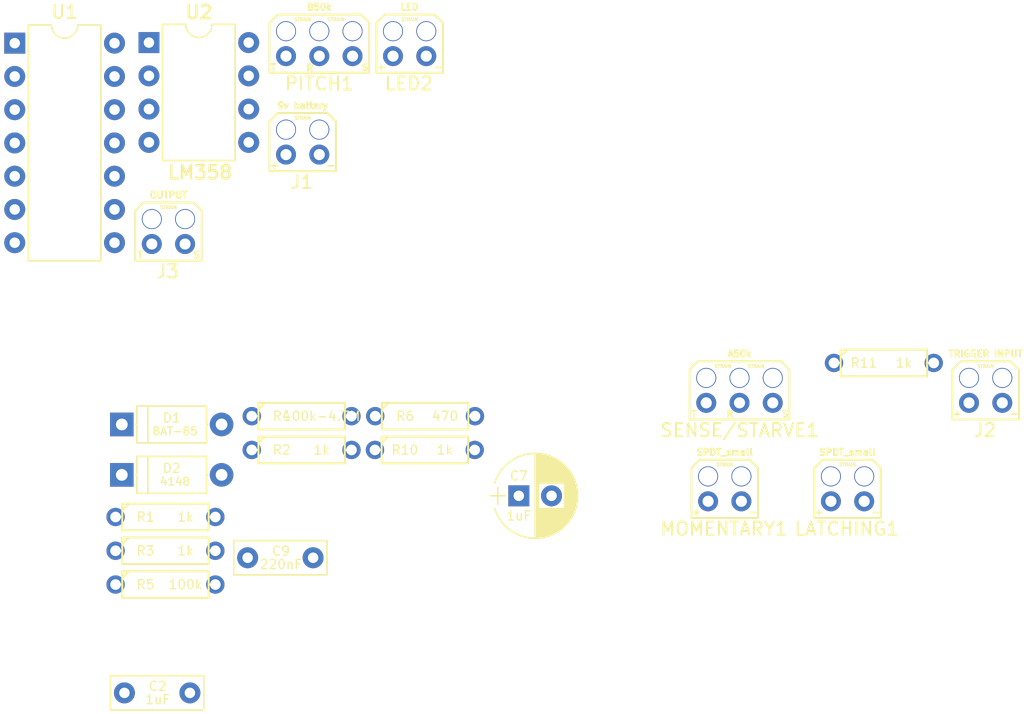
<source format=kicad_pcb>
(kicad_pcb (version 20170123) (host pcbnew "(2017-09-01 revision 8d1475135)-makepkg")

  (general
    (thickness 1.6)
    (drawings 0)
    (tracks 0)
    (zones 0)
    (modules 23)
    (nets 33)
  )

  (page A4)
  (layers
    (0 F.Cu signal)
    (31 B.Cu signal)
    (32 B.Adhes user)
    (33 F.Adhes user)
    (34 B.Paste user)
    (35 F.Paste user)
    (36 B.SilkS user)
    (37 F.SilkS user)
    (38 B.Mask user)
    (39 F.Mask user)
    (40 Dwgs.User user)
    (41 Cmts.User user)
    (42 Eco1.User user)
    (43 Eco2.User user)
    (44 Edge.Cuts user)
    (45 Margin user)
    (46 B.CrtYd user)
    (47 F.CrtYd user)
    (48 B.Fab user)
    (49 F.Fab user)
  )

  (setup
    (last_trace_width 0.25)
    (trace_clearance 0.2)
    (zone_clearance 0.508)
    (zone_45_only no)
    (trace_min 0.2)
    (segment_width 0.2)
    (edge_width 0.15)
    (via_size 0.8)
    (via_drill 0.4)
    (via_min_size 0.4)
    (via_min_drill 0.3)
    (uvia_size 0.3)
    (uvia_drill 0.1)
    (uvias_allowed no)
    (uvia_min_size 0.2)
    (uvia_min_drill 0.1)
    (pcb_text_width 0.3)
    (pcb_text_size 1.5 1.5)
    (mod_edge_width 0.15)
    (mod_text_size 1 1)
    (mod_text_width 0.15)
    (pad_size 1.524 1.524)
    (pad_drill 0.762)
    (pad_to_mask_clearance 0.2)
    (aux_axis_origin 0 0)
    (visible_elements 7FFFFFFF)
    (pcbplotparams
      (layerselection 0x00030_ffffffff)
      (usegerberextensions false)
      (usegerberattributes true)
      (usegerberadvancedattributes true)
      (creategerberjobfile true)
      (excludeedgelayer true)
      (linewidth 0.100000)
      (plotframeref false)
      (viasonmask false)
      (mode 1)
      (useauxorigin false)
      (hpglpennumber 1)
      (hpglpenspeed 20)
      (hpglpendiameter 15)
      (psnegative false)
      (psa4output false)
      (plotreference true)
      (plotvalue true)
      (plotinvisibletext false)
      (padsonsilk false)
      (subtractmaskfromsilk false)
      (outputformat 1)
      (mirror false)
      (drillshape 1)
      (scaleselection 1)
      (outputdirectory ""))
  )

  (net 0 "")
  (net 1 "Net-(C9-Pad1)")
  (net 2 "Net-(J3-Pad1)")
  (net 3 "Net-(R1-Pad2)")
  (net 4 GND)
  (net 5 "Net-(LATCHING1-Pad1)")
  (net 6 "Net-(J2-Pad1)")
  (net 7 "Net-(LED1-Pad1)")
  (net 8 "Net-(R3-Pad1)")
  (net 9 "Net-(D2-Pad2)")
  (net 10 "Net-(C2-Pad1)")
  (net 11 "Net-(DECAY1-Pad1)")
  (net 12 "Net-(C7-Pad1)")
  (net 13 "Net-(D1-Pad2)")
  (net 14 "Net-(C9-Pad2)")
  (net 15 "Net-(SENSE/STARVE1-Pad2)")
  (net 16 +9V)
  (net 17 "Net-(MOMENTARY1-Pad1)")
  (net 18 "Net-(PITCH1-Pad2)")
  (net 19 "Net-(LED2-Pad2)")
  (net 20 "Net-(PITCH1-Pad1)")
  (net 21 "Net-(MOMENTARY3-Pad1)")
  (net 22 "Net-(J1-Pad1)")
  (net 23 "Net-(U1-Pad14)")
  (net 24 "Net-(U1-Pad7)")
  (net 25 "Net-(U1-Pad6)")
  (net 26 "Net-(U1-Pad5)")
  (net 27 "Net-(U1-Pad11)")
  (net 28 "Net-(U1-Pad4)")
  (net 29 "Net-(U1-Pad10)")
  (net 30 "Net-(U1-Pad3)")
  (net 31 "Net-(U1-Pad9)")
  (net 32 "Net-(U1-Pad8)")

  (net_class Default "This is the default net class."
    (clearance 0.2)
    (trace_width 0.25)
    (via_dia 0.8)
    (via_drill 0.4)
    (uvia_dia 0.3)
    (uvia_drill 0.1)
    (add_net +9V)
    (add_net GND)
    (add_net "Net-(C2-Pad1)")
    (add_net "Net-(C7-Pad1)")
    (add_net "Net-(C9-Pad1)")
    (add_net "Net-(C9-Pad2)")
    (add_net "Net-(D1-Pad2)")
    (add_net "Net-(D2-Pad2)")
    (add_net "Net-(DECAY1-Pad1)")
    (add_net "Net-(J1-Pad1)")
    (add_net "Net-(J2-Pad1)")
    (add_net "Net-(J3-Pad1)")
    (add_net "Net-(LATCHING1-Pad1)")
    (add_net "Net-(LED1-Pad1)")
    (add_net "Net-(LED2-Pad2)")
    (add_net "Net-(MOMENTARY1-Pad1)")
    (add_net "Net-(MOMENTARY3-Pad1)")
    (add_net "Net-(PITCH1-Pad1)")
    (add_net "Net-(PITCH1-Pad2)")
    (add_net "Net-(R1-Pad2)")
    (add_net "Net-(R3-Pad1)")
    (add_net "Net-(SENSE/STARVE1-Pad2)")
    (add_net "Net-(U1-Pad10)")
    (add_net "Net-(U1-Pad11)")
    (add_net "Net-(U1-Pad14)")
    (add_net "Net-(U1-Pad3)")
    (add_net "Net-(U1-Pad4)")
    (add_net "Net-(U1-Pad5)")
    (add_net "Net-(U1-Pad6)")
    (add_net "Net-(U1-Pad7)")
    (add_net "Net-(U1-Pad8)")
    (add_net "Net-(U1-Pad9)")
  )

  (module 4ms-footprints:DIP-14_W7.62mm (layer F.Cu) (tedit 58CC8E2C) (tstamp 5A30334F)
    (at 105.909501 30.335)
    (descr "14-lead dip package, row spacing 7.62 mm (300 mils)")
    (tags "DIL DIP PDIP 2.54mm 7.62mm 300mil")
    (path /5A1D0A75)
    (fp_text reference U1 (at 3.81 -2.39) (layer F.SilkS)
      (effects (font (size 1 1) (thickness 0.15)))
    )
    (fp_text value 7414 (at 3.81 17.63) (layer F.Fab)
      (effects (font (size 1 1) (thickness 0.15)))
    )
    (fp_arc (start 3.81 -1.39) (end 2.81 -1.39) (angle -180) (layer F.SilkS) (width 0.12))
    (fp_line (start 8.7 -1.6) (end -1.1 -1.6) (layer F.CrtYd) (width 0.05))
    (fp_line (start 8.7 16.8) (end 8.7 -1.6) (layer F.CrtYd) (width 0.05))
    (fp_line (start -1.1 16.8) (end 8.7 16.8) (layer F.CrtYd) (width 0.05))
    (fp_line (start -1.1 -1.6) (end -1.1 16.8) (layer F.CrtYd) (width 0.05))
    (fp_line (start 6.58 -1.39) (end 4.81 -1.39) (layer F.SilkS) (width 0.12))
    (fp_line (start 6.58 16.63) (end 6.58 -1.39) (layer F.SilkS) (width 0.12))
    (fp_line (start 1.04 16.63) (end 6.58 16.63) (layer F.SilkS) (width 0.12))
    (fp_line (start 1.04 -1.39) (end 1.04 16.63) (layer F.SilkS) (width 0.12))
    (fp_line (start 2.81 -1.39) (end 1.04 -1.39) (layer F.SilkS) (width 0.12))
    (fp_line (start 0.635 -0.27) (end 1.635 -1.27) (layer F.Fab) (width 0.1))
    (fp_line (start 0.635 16.51) (end 0.635 -0.27) (layer F.Fab) (width 0.1))
    (fp_line (start 6.985 16.51) (end 0.635 16.51) (layer F.Fab) (width 0.1))
    (fp_line (start 6.985 -1.27) (end 6.985 16.51) (layer F.Fab) (width 0.1))
    (fp_line (start 1.635 -1.27) (end 6.985 -1.27) (layer F.Fab) (width 0.1))
    (fp_text user %R (at 3.81 7.62) (layer F.Fab)
      (effects (font (size 1 1) (thickness 0.15)))
    )
    (pad 14 thru_hole oval (at 7.62 0) (size 1.6 1.6) (drill 0.8) (layers *.Cu *.Mask)
      (net 23 "Net-(U1-Pad14)"))
    (pad 7 thru_hole oval (at 0 15.24) (size 1.6 1.6) (drill 0.8) (layers *.Cu *.Mask)
      (net 24 "Net-(U1-Pad7)"))
    (pad 13 thru_hole oval (at 7.62 2.54) (size 1.6 1.6) (drill 0.8) (layers *.Cu *.Mask)
      (net 4 GND))
    (pad 6 thru_hole oval (at 0 12.7) (size 1.6 1.6) (drill 0.8) (layers *.Cu *.Mask)
      (net 25 "Net-(U1-Pad6)"))
    (pad 12 thru_hole oval (at 7.62 5.08) (size 1.6 1.6) (drill 0.8) (layers *.Cu *.Mask)
      (net 8 "Net-(R3-Pad1)"))
    (pad 5 thru_hole oval (at 0 10.16) (size 1.6 1.6) (drill 0.8) (layers *.Cu *.Mask)
      (net 26 "Net-(U1-Pad5)"))
    (pad 11 thru_hole oval (at 7.62 7.62) (size 1.6 1.6) (drill 0.8) (layers *.Cu *.Mask)
      (net 27 "Net-(U1-Pad11)"))
    (pad 4 thru_hole oval (at 0 7.62) (size 1.6 1.6) (drill 0.8) (layers *.Cu *.Mask)
      (net 28 "Net-(U1-Pad4)"))
    (pad 10 thru_hole oval (at 7.62 10.16) (size 1.6 1.6) (drill 0.8) (layers *.Cu *.Mask)
      (net 29 "Net-(U1-Pad10)"))
    (pad 3 thru_hole oval (at 0 5.08) (size 1.6 1.6) (drill 0.8) (layers *.Cu *.Mask)
      (net 30 "Net-(U1-Pad3)"))
    (pad 9 thru_hole oval (at 7.62 12.7) (size 1.6 1.6) (drill 0.8) (layers *.Cu *.Mask)
      (net 31 "Net-(U1-Pad9)"))
    (pad 2 thru_hole oval (at 0 2.54) (size 1.6 1.6) (drill 0.8) (layers *.Cu *.Mask)
      (net 21 "Net-(MOMENTARY3-Pad1)"))
    (pad 8 thru_hole oval (at 7.62 15.24) (size 1.6 1.6) (drill 0.8) (layers *.Cu *.Mask)
      (net 32 "Net-(U1-Pad8)"))
    (pad 1 thru_hole rect (at 0 0) (size 1.6 1.6) (drill 0.8) (layers *.Cu *.Mask)
      (net 12 "Net-(C7-Pad1)"))
    (model ${KISYS3DMOD}/Housings_DIP.3dshapes/DIP-14_W7.62mm.wrl
      (at (xyz 0 0 0))
      (scale (xyz 1 1 1))
      (rotate (xyz 0 0 0))
    )
  )

  (module 4ms-footprints:DIP_8pin_TL072_TH (layer F.Cu) (tedit 598105D4) (tstamp 5A30332D)
    (at 116.159501 30.290645)
    (descr "8-lead dip package, row spacing 7.62 mm (300 mils)")
    (tags "DIL DIP PDIP 2.54mm 7.62mm 300mil")
    (path /5A1CD7BC)
    (fp_text reference U2 (at 3.82 -2.324) (layer F.SilkS)
      (effects (font (size 1.016 1.016) (thickness 0.1905)))
    )
    (fp_text value LM358 (at 3.91 9.916) (layer F.SilkS)
      (effects (font (size 1.016 1.016) (thickness 0.1905)))
    )
    (fp_arc (start 3.81 -1.39) (end 2.81 -1.39) (angle -180) (layer F.SilkS) (width 0.12))
    (fp_line (start 8.7 -1.6) (end -1.1 -1.6) (layer F.CrtYd) (width 0.05))
    (fp_line (start 8.7 9.2) (end 8.7 -1.6) (layer F.CrtYd) (width 0.05))
    (fp_line (start -1.1 9.2) (end 8.7 9.2) (layer F.CrtYd) (width 0.05))
    (fp_line (start -1.1 -1.6) (end -1.1 9.2) (layer F.CrtYd) (width 0.05))
    (fp_line (start 6.58 -1.39) (end 4.81 -1.39) (layer F.SilkS) (width 0.12))
    (fp_line (start 6.58 9.01) (end 6.58 -1.39) (layer F.SilkS) (width 0.12))
    (fp_line (start 1.04 9.01) (end 6.58 9.01) (layer F.SilkS) (width 0.12))
    (fp_line (start 1.04 -1.39) (end 1.04 9.01) (layer F.SilkS) (width 0.12))
    (fp_line (start 2.81 -1.39) (end 1.04 -1.39) (layer F.SilkS) (width 0.12))
    (fp_line (start 0.635 -0.27) (end 1.635 -1.27) (layer F.Fab) (width 0.1))
    (fp_line (start 0.635 8.89) (end 0.635 -0.27) (layer F.Fab) (width 0.1))
    (fp_line (start 6.985 8.89) (end 0.635 8.89) (layer F.Fab) (width 0.1))
    (fp_line (start 6.985 -1.27) (end 6.985 8.89) (layer F.Fab) (width 0.1))
    (fp_line (start 1.635 -1.27) (end 6.985 -1.27) (layer F.Fab) (width 0.1))
    (pad 8 thru_hole oval (at 7.62 0) (size 1.6 1.6) (drill 0.8) (layers *.Cu *.Mask)
      (net 16 +9V))
    (pad 4 thru_hole oval (at 0 7.62) (size 1.6 1.6) (drill 0.8) (layers *.Cu *.Mask)
      (net 4 GND))
    (pad 7 thru_hole oval (at 7.62 2.54) (size 1.6 1.6) (drill 0.8) (layers *.Cu *.Mask)
      (net 23 "Net-(U1-Pad14)"))
    (pad 3 thru_hole oval (at 0 5.08) (size 1.6 1.6) (drill 0.8) (layers *.Cu *.Mask)
      (net 15 "Net-(SENSE/STARVE1-Pad2)"))
    (pad 6 thru_hole oval (at 7.62 5.08) (size 1.6 1.6) (drill 0.8) (layers *.Cu *.Mask)
      (net 23 "Net-(U1-Pad14)"))
    (pad 2 thru_hole oval (at 0 2.54) (size 1.6 1.6) (drill 0.8) (layers *.Cu *.Mask)
      (net 3 "Net-(R1-Pad2)"))
    (pad 5 thru_hole oval (at 7.62 7.62) (size 1.6 1.6) (drill 0.8) (layers *.Cu *.Mask)
      (net 10 "Net-(C2-Pad1)"))
    (pad 1 thru_hole rect (at 0 0) (size 1.6 1.6) (drill 0.8) (layers *.Cu *.Mask)
      (net 9 "Net-(D2-Pad2)"))
    (model ${KISYS3DMOD}/Housings_DIP.3dshapes/DIP-8_W7.62mm.wrl
      (at (xyz 0 0 0))
      (scale (xyz 1 1 1))
      (rotate (xyz 0 0 0))
    )
  )

  (module zfoot:Jack_DC (layer F.Cu) (tedit 59A8BE34) (tstamp 5A3031C6)
    (at 136.069501 31.32525)
    (path /5A2A0880)
    (fp_text reference LED2 (at -0.0635 2.0955) (layer F.SilkS)
      (effects (font (size 1 1) (thickness 0.15)))
    )
    (fp_text value LED (at 0 -3.7465) (layer F.SilkS)
      (effects (font (size 0.5 0.5) (thickness 0.125)))
    )
    (fp_text user STRAIN (at 0 -2.794) (layer F.SilkS)
      (effects (font (size 0.25 0.25) (thickness 0.0625)))
    )
    (fp_text user - (at 2.159 0.8255) (layer F.SilkS)
      (effects (font (size 0.5 0.5) (thickness 0.125)))
    )
    (fp_text user + (at -2.159 0.8255) (layer F.SilkS)
      (effects (font (size 0.5 0.5) (thickness 0.125)))
    )
    (fp_line (start -2.54 -2.54) (end -2.54 1.27) (layer F.SilkS) (width 0.15))
    (fp_line (start -1.905 -3.175) (end -2.54 -2.54) (layer F.SilkS) (width 0.15))
    (fp_line (start 1.905 -3.175) (end -1.905 -3.175) (layer F.SilkS) (width 0.15))
    (fp_line (start 2.54 -2.54) (end 1.905 -3.175) (layer F.SilkS) (width 0.15))
    (fp_line (start 2.54 1.27) (end 2.54 -2.54) (layer F.SilkS) (width 0.15))
    (fp_line (start -2.54 1.27) (end 2.54 1.27) (layer F.SilkS) (width 0.15))
    (pad "" thru_hole circle (at 1.27 -1.905) (size 1.524 1.524) (drill 1.4) (layers *.Cu *.Mask))
    (pad "" thru_hole circle (at -1.27 -1.905) (size 1.524 1.524) (drill 1.4) (layers *.Cu *.Mask))
    (pad 2 thru_hole circle (at 1.27 0) (size 1.524 1.524) (drill 0.85) (layers *.Cu *.Mask)
      (net 19 "Net-(LED2-Pad2)"))
    (pad 1 thru_hole circle (at -1.27 0) (size 1.524 1.524) (drill 0.85) (layers *.Cu *.Mask)
      (net 13 "Net-(D1-Pad2)"))
  )

  (module zfoot:Jack_DC (layer F.Cu) (tedit 59A8BE34) (tstamp 5A303175)
    (at 127.899501 38.84525)
    (path /5A1CB8D8)
    (fp_text reference J1 (at -0.0635 2.0955) (layer F.SilkS)
      (effects (font (size 1 1) (thickness 0.15)))
    )
    (fp_text value "9v battery" (at 0 -3.7465) (layer F.SilkS)
      (effects (font (size 0.5 0.5) (thickness 0.125)))
    )
    (fp_line (start -2.54 1.27) (end 2.54 1.27) (layer F.SilkS) (width 0.15))
    (fp_line (start 2.54 1.27) (end 2.54 -2.54) (layer F.SilkS) (width 0.15))
    (fp_line (start 2.54 -2.54) (end 1.905 -3.175) (layer F.SilkS) (width 0.15))
    (fp_line (start 1.905 -3.175) (end -1.905 -3.175) (layer F.SilkS) (width 0.15))
    (fp_line (start -1.905 -3.175) (end -2.54 -2.54) (layer F.SilkS) (width 0.15))
    (fp_line (start -2.54 -2.54) (end -2.54 1.27) (layer F.SilkS) (width 0.15))
    (fp_text user + (at -2.159 0.8255) (layer F.SilkS)
      (effects (font (size 0.5 0.5) (thickness 0.125)))
    )
    (fp_text user - (at 2.159 0.8255) (layer F.SilkS)
      (effects (font (size 0.5 0.5) (thickness 0.125)))
    )
    (fp_text user STRAIN (at 0 -2.794) (layer F.SilkS)
      (effects (font (size 0.25 0.25) (thickness 0.0625)))
    )
    (pad 1 thru_hole circle (at -1.27 0) (size 1.524 1.524) (drill 0.85) (layers *.Cu *.Mask)
      (net 22 "Net-(J1-Pad1)"))
    (pad 2 thru_hole circle (at 1.27 0) (size 1.524 1.524) (drill 0.85) (layers *.Cu *.Mask)
      (net 4 GND))
    (pad "" thru_hole circle (at -1.27 -1.905) (size 1.524 1.524) (drill 1.4) (layers *.Cu *.Mask))
    (pad "" thru_hole circle (at 1.27 -1.905) (size 1.524 1.524) (drill 1.4) (layers *.Cu *.Mask))
  )

  (module zfoot:Jack_Instrument (layer F.Cu) (tedit 59A8B693) (tstamp 5A303164)
    (at 117.649501 45.67525)
    (path /5A1CAF72)
    (fp_text reference J3 (at -0.0635 2.0955) (layer F.SilkS)
      (effects (font (size 1 1) (thickness 0.15)))
    )
    (fp_text value OUTPUT (at 0 -3.7465) (layer F.SilkS)
      (effects (font (size 0.5 0.5) (thickness 0.125)))
    )
    (fp_line (start -2.54 1.27) (end 2.54 1.27) (layer F.SilkS) (width 0.15))
    (fp_line (start 2.54 1.27) (end 2.54 -2.54) (layer F.SilkS) (width 0.15))
    (fp_line (start 2.54 -2.54) (end 1.905 -3.175) (layer F.SilkS) (width 0.15))
    (fp_line (start 1.905 -3.175) (end -1.905 -3.175) (layer F.SilkS) (width 0.15))
    (fp_line (start -1.905 -3.175) (end -2.54 -2.54) (layer F.SilkS) (width 0.15))
    (fp_line (start -2.54 -2.54) (end -2.54 1.27) (layer F.SilkS) (width 0.15))
    (fp_text user T (at -2.159 0.8255) (layer F.SilkS)
      (effects (font (size 0.5 0.5) (thickness 0.125)))
    )
    (fp_text user S (at 2.159 0.8255) (layer F.SilkS)
      (effects (font (size 0.5 0.5) (thickness 0.125)))
    )
    (fp_text user STRAIN (at 0 -2.794) (layer F.SilkS)
      (effects (font (size 0.25 0.25) (thickness 0.0625)))
    )
    (pad 1 thru_hole circle (at -1.27 0) (size 1.524 1.524) (drill 0.85) (layers *.Cu *.Mask)
      (net 2 "Net-(J3-Pad1)"))
    (pad 2 thru_hole circle (at 1.27 0) (size 1.524 1.524) (drill 0.85) (layers *.Cu *.Mask)
      (net 4 GND))
    (pad "" thru_hole circle (at -1.27 -1.905) (size 1.524 1.524) (drill 1.4) (layers *.Cu *.Mask))
    (pad "" thru_hole circle (at 1.27 -1.905) (size 1.524 1.524) (drill 1.4) (layers *.Cu *.Mask))
  )

  (module zfoot:Jack_Instrument_exp (layer F.Cu) (tedit 59AB71ED) (tstamp 5A303153)
    (at 129.169501 31.32525)
    (path /5A1D0F25)
    (fp_text reference PITCH1 (at 0 2.0955) (layer F.SilkS)
      (effects (font (size 1 1) (thickness 0.15)))
    )
    (fp_text value B50k (at 0 -3.7465) (layer F.SilkS)
      (effects (font (size 0.5 0.5) (thickness 0.125)))
    )
    (fp_text user STRAIN (at -1.27 -2.794) (layer F.SilkS)
      (effects (font (size 0.25 0.25) (thickness 0.0625)))
    )
    (fp_text user S (at 3.5 0.85) (layer F.SilkS)
      (effects (font (size 0.5 0.5) (thickness 0.125)))
    )
    (fp_text user T (at -3.5 0.875) (layer F.SilkS)
      (effects (font (size 0.5 0.5) (thickness 0.125)))
    )
    (fp_line (start -3.81 -2.54) (end -3.81 1.27) (layer F.SilkS) (width 0.15))
    (fp_line (start -3.175 -3.175) (end -3.81 -2.54) (layer F.SilkS) (width 0.15))
    (fp_line (start 0.635 -3.175) (end -3.175 -3.175) (layer F.SilkS) (width 0.15))
    (fp_line (start 3.81 -2.54) (end 3.175 -3.175) (layer F.SilkS) (width 0.15))
    (fp_line (start 3.81 1.27) (end 3.81 -2.54) (layer F.SilkS) (width 0.15))
    (fp_line (start -3.81 1.27) (end 1.27 1.27) (layer F.SilkS) (width 0.15))
    (fp_line (start -1.27 1.27) (end 3.81 1.27) (layer F.SilkS) (width 0.15))
    (fp_line (start 3.175 -3.175) (end -0.635 -3.175) (layer F.SilkS) (width 0.15))
    (fp_text user R (at -0.725 0.875) (layer F.SilkS)
      (effects (font (size 0.5 0.5) (thickness 0.125)))
    )
    (fp_text user STRAIN (at 1.27 -2.794) (layer F.SilkS)
      (effects (font (size 0.25 0.25) (thickness 0.0625)))
    )
    (pad "" thru_hole circle (at 0 -1.905) (size 1.524 1.524) (drill 1.4) (layers *.Cu *.Mask))
    (pad "" thru_hole circle (at -2.54 -1.905) (size 1.524 1.524) (drill 1.4) (layers *.Cu *.Mask))
    (pad 2 thru_hole circle (at 0 0) (size 1.524 1.524) (drill 0.85) (layers *.Cu *.Mask)
      (net 18 "Net-(PITCH1-Pad2)"))
    (pad 1 thru_hole circle (at -2.54 0) (size 1.524 1.524) (drill 0.85) (layers *.Cu *.Mask)
      (net 20 "Net-(PITCH1-Pad1)"))
    (pad 3 thru_hole circle (at 2.54 0) (size 1.524 1.524) (drill 0.85) (layers *.Cu *.Mask)
      (net 21 "Net-(MOMENTARY3-Pad1)"))
    (pad "" thru_hole circle (at 2.54 -1.905) (size 1.524 1.524) (drill 1.4) (layers *.Cu *.Mask))
  )

  (module 4ms-footprints:Resistor_TH_300 (layer F.Cu) (tedit 593AF381) (tstamp 5A2FEFAF)
    (at 172.2885 54.758001)
    (descr "Resitance 3 pas")
    (tags R)
    (path /5A2A0B78)
    (fp_text reference R11 (at -1.524 0) (layer F.SilkS)
      (effects (font (size 0.7 0.7) (thickness 0.1)))
    )
    (fp_text value 1k (at 1.524 0) (layer F.SilkS)
      (effects (font (size 0.7 0.7) (thickness 0.1)))
    )
    (fp_line (start -3.81 0) (end -3.302 0) (layer F.SilkS) (width 0.15))
    (fp_line (start 3.81 0) (end 3.302 0) (layer F.SilkS) (width 0.15))
    (fp_line (start 3.302 0) (end 3.302 -1.016) (layer F.SilkS) (width 0.15))
    (fp_line (start 3.302 -1.016) (end -3.302 -1.016) (layer F.SilkS) (width 0.15))
    (fp_line (start -3.302 -1.016) (end -3.302 1.016) (layer F.SilkS) (width 0.15))
    (fp_line (start -3.302 1.016) (end 3.302 1.016) (layer F.SilkS) (width 0.15))
    (fp_line (start 3.302 1.016) (end 3.302 0) (layer F.SilkS) (width 0.15))
    (fp_line (start -3.302 -0.508) (end -2.794 -1.016) (layer F.SilkS) (width 0.15))
    (pad 1 thru_hole circle (at -3.81 0) (size 1.397 1.397) (drill 0.8128) (layers *.Cu *.Mask)
      (net 4 GND))
    (pad 2 thru_hole circle (at 3.81 0) (size 1.397 1.397) (drill 0.8128) (layers *.Cu *.Mask)
      (net 19 "Net-(LED2-Pad2)"))
    (model Discret.3dshapes/R3.wrl
      (at (xyz 0 0 0))
      (scale (xyz 0.3 0.3 0.3))
      (rotate (xyz 0 0 0))
    )
  )

  (module zfoot:Jack_DC (layer F.Cu) (tedit 59A8BE34) (tstamp 5A2FEEF8)
    (at 160.135643 65.32475)
    (path /5A1CB16F)
    (fp_text reference MOMENTARY1 (at -0.0635 2.0955) (layer F.SilkS)
      (effects (font (size 1 1) (thickness 0.15)))
    )
    (fp_text value SPDT_small (at 0 -3.7465) (layer F.SilkS)
      (effects (font (size 0.5 0.5) (thickness 0.125)))
    )
    (fp_line (start -2.54 1.27) (end 2.54 1.27) (layer F.SilkS) (width 0.15))
    (fp_line (start 2.54 1.27) (end 2.54 -2.54) (layer F.SilkS) (width 0.15))
    (fp_line (start 2.54 -2.54) (end 1.905 -3.175) (layer F.SilkS) (width 0.15))
    (fp_line (start 1.905 -3.175) (end -1.905 -3.175) (layer F.SilkS) (width 0.15))
    (fp_line (start -1.905 -3.175) (end -2.54 -2.54) (layer F.SilkS) (width 0.15))
    (fp_line (start -2.54 -2.54) (end -2.54 1.27) (layer F.SilkS) (width 0.15))
    (fp_text user + (at -2.159 0.8255) (layer F.SilkS)
      (effects (font (size 0.5 0.5) (thickness 0.125)))
    )
    (fp_text user - (at 2.159 0.8255) (layer F.SilkS)
      (effects (font (size 0.5 0.5) (thickness 0.125)))
    )
    (fp_text user STRAIN (at 0 -2.794) (layer F.SilkS)
      (effects (font (size 0.25 0.25) (thickness 0.0625)))
    )
    (pad 1 thru_hole circle (at -1.27 0) (size 1.524 1.524) (drill 0.85) (layers *.Cu *.Mask)
      (net 17 "Net-(MOMENTARY1-Pad1)"))
    (pad 2 thru_hole circle (at 1.27 0) (size 1.524 1.524) (drill 0.85) (layers *.Cu *.Mask)
      (net 16 +9V))
    (pad "" thru_hole circle (at -1.27 -1.905) (size 1.524 1.524) (drill 1.4) (layers *.Cu *.Mask))
    (pad "" thru_hole circle (at 1.27 -1.905) (size 1.524 1.524) (drill 1.4) (layers *.Cu *.Mask))
  )

  (module zfoot:Jack_DC (layer F.Cu) (tedit 59A8BE34) (tstamp 5A2FEEE7)
    (at 169.51469 65.32475)
    (path /5A1CB0E2)
    (fp_text reference LATCHING1 (at -0.0635 2.0955) (layer F.SilkS)
      (effects (font (size 1 1) (thickness 0.15)))
    )
    (fp_text value SPDT_small (at 0 -3.7465) (layer F.SilkS)
      (effects (font (size 0.5 0.5) (thickness 0.125)))
    )
    (fp_text user STRAIN (at 0 -2.794) (layer F.SilkS)
      (effects (font (size 0.25 0.25) (thickness 0.0625)))
    )
    (fp_text user - (at 2.159 0.8255) (layer F.SilkS)
      (effects (font (size 0.5 0.5) (thickness 0.125)))
    )
    (fp_text user + (at -2.159 0.8255) (layer F.SilkS)
      (effects (font (size 0.5 0.5) (thickness 0.125)))
    )
    (fp_line (start -2.54 -2.54) (end -2.54 1.27) (layer F.SilkS) (width 0.15))
    (fp_line (start -1.905 -3.175) (end -2.54 -2.54) (layer F.SilkS) (width 0.15))
    (fp_line (start 1.905 -3.175) (end -1.905 -3.175) (layer F.SilkS) (width 0.15))
    (fp_line (start 2.54 -2.54) (end 1.905 -3.175) (layer F.SilkS) (width 0.15))
    (fp_line (start 2.54 1.27) (end 2.54 -2.54) (layer F.SilkS) (width 0.15))
    (fp_line (start -2.54 1.27) (end 2.54 1.27) (layer F.SilkS) (width 0.15))
    (pad "" thru_hole circle (at 1.27 -1.905) (size 1.524 1.524) (drill 1.4) (layers *.Cu *.Mask))
    (pad "" thru_hole circle (at -1.27 -1.905) (size 1.524 1.524) (drill 1.4) (layers *.Cu *.Mask))
    (pad 2 thru_hole circle (at 1.27 0) (size 1.524 1.524) (drill 0.85) (layers *.Cu *.Mask)
      (net 16 +9V))
    (pad 1 thru_hole circle (at -1.27 0) (size 1.524 1.524) (drill 0.85) (layers *.Cu *.Mask)
      (net 5 "Net-(LATCHING1-Pad1)"))
  )

  (module zfoot:Jack_DC (layer F.Cu) (tedit 59A8BE34) (tstamp 5A2FEED6)
    (at 180.062024 57.80475)
    (path /5A1CAF3E)
    (fp_text reference J2 (at -0.0635 2.0955) (layer F.SilkS)
      (effects (font (size 1 1) (thickness 0.15)))
    )
    (fp_text value "TRIGGER INPUT" (at 0 -3.7465) (layer F.SilkS)
      (effects (font (size 0.5 0.5) (thickness 0.125)))
    )
    (fp_line (start -2.54 1.27) (end 2.54 1.27) (layer F.SilkS) (width 0.15))
    (fp_line (start 2.54 1.27) (end 2.54 -2.54) (layer F.SilkS) (width 0.15))
    (fp_line (start 2.54 -2.54) (end 1.905 -3.175) (layer F.SilkS) (width 0.15))
    (fp_line (start 1.905 -3.175) (end -1.905 -3.175) (layer F.SilkS) (width 0.15))
    (fp_line (start -1.905 -3.175) (end -2.54 -2.54) (layer F.SilkS) (width 0.15))
    (fp_line (start -2.54 -2.54) (end -2.54 1.27) (layer F.SilkS) (width 0.15))
    (fp_text user + (at -2.159 0.8255) (layer F.SilkS)
      (effects (font (size 0.5 0.5) (thickness 0.125)))
    )
    (fp_text user - (at 2.159 0.8255) (layer F.SilkS)
      (effects (font (size 0.5 0.5) (thickness 0.125)))
    )
    (fp_text user STRAIN (at 0 -2.794) (layer F.SilkS)
      (effects (font (size 0.25 0.25) (thickness 0.0625)))
    )
    (pad 1 thru_hole circle (at -1.27 0) (size 1.524 1.524) (drill 0.85) (layers *.Cu *.Mask)
      (net 6 "Net-(J2-Pad1)"))
    (pad 2 thru_hole circle (at 1.27 0) (size 1.524 1.524) (drill 0.85) (layers *.Cu *.Mask)
      (net 4 GND))
    (pad "" thru_hole circle (at -1.27 -1.905) (size 1.524 1.524) (drill 1.4) (layers *.Cu *.Mask))
    (pad "" thru_hole circle (at 1.27 -1.905) (size 1.524 1.524) (drill 1.4) (layers *.Cu *.Mask))
  )

  (module zfoot:Jack_Instrument_exp (layer F.Cu) (tedit 59AB71ED) (tstamp 5A2FEEC5)
    (at 161.262619 57.80475)
    (path /5A1CD58D)
    (fp_text reference SENSE/STARVE1 (at 0 2.0955) (layer F.SilkS)
      (effects (font (size 1 1) (thickness 0.15)))
    )
    (fp_text value A50k (at 0 -3.7465) (layer F.SilkS)
      (effects (font (size 0.5 0.5) (thickness 0.125)))
    )
    (fp_text user STRAIN (at -1.27 -2.794) (layer F.SilkS)
      (effects (font (size 0.25 0.25) (thickness 0.0625)))
    )
    (fp_text user S (at 3.5 0.85) (layer F.SilkS)
      (effects (font (size 0.5 0.5) (thickness 0.125)))
    )
    (fp_text user T (at -3.5 0.875) (layer F.SilkS)
      (effects (font (size 0.5 0.5) (thickness 0.125)))
    )
    (fp_line (start -3.81 -2.54) (end -3.81 1.27) (layer F.SilkS) (width 0.15))
    (fp_line (start -3.175 -3.175) (end -3.81 -2.54) (layer F.SilkS) (width 0.15))
    (fp_line (start 0.635 -3.175) (end -3.175 -3.175) (layer F.SilkS) (width 0.15))
    (fp_line (start 3.81 -2.54) (end 3.175 -3.175) (layer F.SilkS) (width 0.15))
    (fp_line (start 3.81 1.27) (end 3.81 -2.54) (layer F.SilkS) (width 0.15))
    (fp_line (start -3.81 1.27) (end 1.27 1.27) (layer F.SilkS) (width 0.15))
    (fp_line (start -1.27 1.27) (end 3.81 1.27) (layer F.SilkS) (width 0.15))
    (fp_line (start 3.175 -3.175) (end -0.635 -3.175) (layer F.SilkS) (width 0.15))
    (fp_text user R (at -0.725 0.875) (layer F.SilkS)
      (effects (font (size 0.5 0.5) (thickness 0.125)))
    )
    (fp_text user STRAIN (at 1.27 -2.794) (layer F.SilkS)
      (effects (font (size 0.25 0.25) (thickness 0.0625)))
    )
    (pad "" thru_hole circle (at 0 -1.905) (size 1.524 1.524) (drill 1.4) (layers *.Cu *.Mask))
    (pad "" thru_hole circle (at -2.54 -1.905) (size 1.524 1.524) (drill 1.4) (layers *.Cu *.Mask))
    (pad 2 thru_hole circle (at 0 0) (size 1.524 1.524) (drill 0.85) (layers *.Cu *.Mask)
      (net 15 "Net-(SENSE/STARVE1-Pad2)"))
    (pad 1 thru_hole circle (at -2.54 0) (size 1.524 1.524) (drill 0.85) (layers *.Cu *.Mask)
      (net 6 "Net-(J2-Pad1)"))
    (pad 3 thru_hole circle (at 2.54 0) (size 1.524 1.524) (drill 0.85) (layers *.Cu *.Mask)
      (net 4 GND))
    (pad "" thru_hole circle (at 2.54 -1.905) (size 1.524 1.524) (drill 1.4) (layers *.Cu *.Mask))
  )

  (module 4ms-footprints:Cap_Ceramic_TH (layer F.Cu) (tedit 593AF7BD) (tstamp 5A2906C3)
    (at 123.697501 69.636001)
    (descr "C, Disc series, Radial, pin pitch=5.00mm, , diameter*width=7*2.5mm^2, Capacitor, http://cdn-reichelt.de/documents/datenblatt/B300/DS_KERKO_TC.pdf")
    (tags "C Disc series Radial pin pitch 5.00mm  diameter 7mm width 2.5mm Capacitor")
    (path /5A1D393E)
    (fp_text reference C9 (at 2.54 -0.508) (layer F.SilkS)
      (effects (font (size 0.7 0.7) (thickness 0.1)))
    )
    (fp_text value 220nF (at 2.54 0.508) (layer F.SilkS)
      (effects (font (size 0.7 0.7) (thickness 0.1)))
    )
    (fp_line (start 6.35 -1.6) (end -1.35 -1.6) (layer F.CrtYd) (width 0.05))
    (fp_line (start 6.35 1.6) (end 6.35 -1.6) (layer F.CrtYd) (width 0.05))
    (fp_line (start -1.35 1.6) (end 6.35 1.6) (layer F.CrtYd) (width 0.05))
    (fp_line (start -1.35 -1.6) (end -1.35 1.6) (layer F.CrtYd) (width 0.05))
    (fp_line (start 6.06 -1.31) (end 6.06 1.31) (layer F.SilkS) (width 0.12))
    (fp_line (start -1.06 -1.31) (end -1.06 1.31) (layer F.SilkS) (width 0.12))
    (fp_line (start -1.06 1.31) (end 6.06 1.31) (layer F.SilkS) (width 0.12))
    (fp_line (start -1.06 -1.31) (end 6.06 -1.31) (layer F.SilkS) (width 0.12))
    (fp_line (start 6 -1.25) (end -1 -1.25) (layer F.Fab) (width 0.1))
    (fp_line (start 6 1.25) (end 6 -1.25) (layer F.Fab) (width 0.1))
    (fp_line (start -1 1.25) (end 6 1.25) (layer F.Fab) (width 0.1))
    (fp_line (start -1 -1.25) (end -1 1.25) (layer F.Fab) (width 0.1))
    (pad 2 thru_hole circle (at 5 0) (size 1.6 1.6) (drill 0.8) (layers *.Cu *.Mask)
      (net 14 "Net-(C9-Pad2)"))
    (pad 1 thru_hole circle (at 0 0) (size 1.6 1.6) (drill 0.8) (layers *.Cu *.Mask)
      (net 1 "Net-(C9-Pad1)"))
    (model ${KISYS3DMOD}/Capacitors_THT.3dshapes/C_Disc_D7.0mm_W2.5mm_P5.00mm.wrl
      (at (xyz 0 0 0))
      (scale (xyz 0.393701 0.393701 0.393701))
      (rotate (xyz 0 0 0))
    )
  )

  (module 4ms-footprints:Cap_Ceramic_TH (layer F.Cu) (tedit 593AF7BD) (tstamp 5A2906B1)
    (at 114.287501 79.956001)
    (descr "C, Disc series, Radial, pin pitch=5.00mm, , diameter*width=7*2.5mm^2, Capacitor, http://cdn-reichelt.de/documents/datenblatt/B300/DS_KERKO_TC.pdf")
    (tags "C Disc series Radial pin pitch 5.00mm  diameter 7mm width 2.5mm Capacitor")
    (path /5A1CEB70)
    (fp_text reference C2 (at 2.54 -0.508) (layer F.SilkS)
      (effects (font (size 0.7 0.7) (thickness 0.1)))
    )
    (fp_text value 1uF (at 2.54 0.508) (layer F.SilkS)
      (effects (font (size 0.7 0.7) (thickness 0.1)))
    )
    (fp_line (start -1 -1.25) (end -1 1.25) (layer F.Fab) (width 0.1))
    (fp_line (start -1 1.25) (end 6 1.25) (layer F.Fab) (width 0.1))
    (fp_line (start 6 1.25) (end 6 -1.25) (layer F.Fab) (width 0.1))
    (fp_line (start 6 -1.25) (end -1 -1.25) (layer F.Fab) (width 0.1))
    (fp_line (start -1.06 -1.31) (end 6.06 -1.31) (layer F.SilkS) (width 0.12))
    (fp_line (start -1.06 1.31) (end 6.06 1.31) (layer F.SilkS) (width 0.12))
    (fp_line (start -1.06 -1.31) (end -1.06 1.31) (layer F.SilkS) (width 0.12))
    (fp_line (start 6.06 -1.31) (end 6.06 1.31) (layer F.SilkS) (width 0.12))
    (fp_line (start -1.35 -1.6) (end -1.35 1.6) (layer F.CrtYd) (width 0.05))
    (fp_line (start -1.35 1.6) (end 6.35 1.6) (layer F.CrtYd) (width 0.05))
    (fp_line (start 6.35 1.6) (end 6.35 -1.6) (layer F.CrtYd) (width 0.05))
    (fp_line (start 6.35 -1.6) (end -1.35 -1.6) (layer F.CrtYd) (width 0.05))
    (pad 1 thru_hole circle (at 0 0) (size 1.6 1.6) (drill 0.8) (layers *.Cu *.Mask)
      (net 10 "Net-(C2-Pad1)"))
    (pad 2 thru_hole circle (at 5 0) (size 1.6 1.6) (drill 0.8) (layers *.Cu *.Mask)
      (net 4 GND))
    (model ${KISYS3DMOD}/Capacitors_THT.3dshapes/C_Disc_D7.0mm_W2.5mm_P5.00mm.wrl
      (at (xyz 0 0 0))
      (scale (xyz 0.393701 0.393701 0.393701))
      (rotate (xyz 0 0 0))
    )
  )

  (module 4ms-footprints:Cap_Electrolytic_TH (layer F.Cu) (tedit 594086EC) (tstamp 5A2904E3)
    (at 144.407501 64.906001)
    (descr "CP, Radial series, Radial, pin pitch=2.50mm, , diameter=6.3mm, Electrolytic Capacitor")
    (tags "CP Radial series Radial pin pitch 2.50mm  diameter 6.3mm Electrolytic Capacitor")
    (path /5A1D17A4)
    (fp_text reference C7 (at 0 -1.524) (layer F.SilkS)
      (effects (font (size 0.7 0.7) (thickness 0.1)))
    )
    (fp_text value 1uF (at 0 1.524) (layer F.SilkS)
      (effects (font (size 0.7 0.7) (thickness 0.1)))
    )
    (fp_line (start -2.2 0) (end -1 0) (layer F.Fab) (width 0.1))
    (fp_line (start -1.6 -0.65) (end -1.6 0.65) (layer F.Fab) (width 0.1))
    (fp_line (start 1.25 -3.2) (end 1.25 3.2) (layer F.SilkS) (width 0.12))
    (fp_line (start 1.29 -3.2) (end 1.29 3.2) (layer F.SilkS) (width 0.12))
    (fp_line (start 1.33 -3.2) (end 1.33 3.2) (layer F.SilkS) (width 0.12))
    (fp_line (start 1.37 -3.198) (end 1.37 3.198) (layer F.SilkS) (width 0.12))
    (fp_line (start 1.41 -3.197) (end 1.41 3.197) (layer F.SilkS) (width 0.12))
    (fp_line (start 1.45 -3.194) (end 1.45 3.194) (layer F.SilkS) (width 0.12))
    (fp_line (start 1.49 -3.192) (end 1.49 3.192) (layer F.SilkS) (width 0.12))
    (fp_line (start 1.53 -3.188) (end 1.53 -0.98) (layer F.SilkS) (width 0.12))
    (fp_line (start 1.53 0.98) (end 1.53 3.188) (layer F.SilkS) (width 0.12))
    (fp_line (start 1.57 -3.185) (end 1.57 -0.98) (layer F.SilkS) (width 0.12))
    (fp_line (start 1.57 0.98) (end 1.57 3.185) (layer F.SilkS) (width 0.12))
    (fp_line (start 1.61 -3.18) (end 1.61 -0.98) (layer F.SilkS) (width 0.12))
    (fp_line (start 1.61 0.98) (end 1.61 3.18) (layer F.SilkS) (width 0.12))
    (fp_line (start 1.65 -3.176) (end 1.65 -0.98) (layer F.SilkS) (width 0.12))
    (fp_line (start 1.65 0.98) (end 1.65 3.176) (layer F.SilkS) (width 0.12))
    (fp_line (start 1.69 -3.17) (end 1.69 -0.98) (layer F.SilkS) (width 0.12))
    (fp_line (start 1.69 0.98) (end 1.69 3.17) (layer F.SilkS) (width 0.12))
    (fp_line (start 1.73 -3.165) (end 1.73 -0.98) (layer F.SilkS) (width 0.12))
    (fp_line (start 1.73 0.98) (end 1.73 3.165) (layer F.SilkS) (width 0.12))
    (fp_line (start 1.77 -3.158) (end 1.77 -0.98) (layer F.SilkS) (width 0.12))
    (fp_line (start 1.77 0.98) (end 1.77 3.158) (layer F.SilkS) (width 0.12))
    (fp_line (start 1.81 -3.152) (end 1.81 -0.98) (layer F.SilkS) (width 0.12))
    (fp_line (start 1.81 0.98) (end 1.81 3.152) (layer F.SilkS) (width 0.12))
    (fp_line (start 1.85 -3.144) (end 1.85 -0.98) (layer F.SilkS) (width 0.12))
    (fp_line (start 1.85 0.98) (end 1.85 3.144) (layer F.SilkS) (width 0.12))
    (fp_line (start 1.89 -3.137) (end 1.89 -0.98) (layer F.SilkS) (width 0.12))
    (fp_line (start 1.89 0.98) (end 1.89 3.137) (layer F.SilkS) (width 0.12))
    (fp_line (start 1.93 -3.128) (end 1.93 -0.98) (layer F.SilkS) (width 0.12))
    (fp_line (start 1.93 0.98) (end 1.93 3.128) (layer F.SilkS) (width 0.12))
    (fp_line (start 1.971 -3.119) (end 1.971 -0.98) (layer F.SilkS) (width 0.12))
    (fp_line (start 1.971 0.98) (end 1.971 3.119) (layer F.SilkS) (width 0.12))
    (fp_line (start 2.011 -3.11) (end 2.011 -0.98) (layer F.SilkS) (width 0.12))
    (fp_line (start 2.011 0.98) (end 2.011 3.11) (layer F.SilkS) (width 0.12))
    (fp_line (start 2.051 -3.1) (end 2.051 -0.98) (layer F.SilkS) (width 0.12))
    (fp_line (start 2.051 0.98) (end 2.051 3.1) (layer F.SilkS) (width 0.12))
    (fp_line (start 2.091 -3.09) (end 2.091 -0.98) (layer F.SilkS) (width 0.12))
    (fp_line (start 2.091 0.98) (end 2.091 3.09) (layer F.SilkS) (width 0.12))
    (fp_line (start 2.131 -3.079) (end 2.131 -0.98) (layer F.SilkS) (width 0.12))
    (fp_line (start 2.131 0.98) (end 2.131 3.079) (layer F.SilkS) (width 0.12))
    (fp_line (start 2.171 -3.067) (end 2.171 -0.98) (layer F.SilkS) (width 0.12))
    (fp_line (start 2.171 0.98) (end 2.171 3.067) (layer F.SilkS) (width 0.12))
    (fp_line (start 2.211 -3.055) (end 2.211 -0.98) (layer F.SilkS) (width 0.12))
    (fp_line (start 2.211 0.98) (end 2.211 3.055) (layer F.SilkS) (width 0.12))
    (fp_line (start 2.251 -3.042) (end 2.251 -0.98) (layer F.SilkS) (width 0.12))
    (fp_line (start 2.251 0.98) (end 2.251 3.042) (layer F.SilkS) (width 0.12))
    (fp_line (start 2.291 -3.029) (end 2.291 -0.98) (layer F.SilkS) (width 0.12))
    (fp_line (start 2.291 0.98) (end 2.291 3.029) (layer F.SilkS) (width 0.12))
    (fp_line (start 2.331 -3.015) (end 2.331 -0.98) (layer F.SilkS) (width 0.12))
    (fp_line (start 2.331 0.98) (end 2.331 3.015) (layer F.SilkS) (width 0.12))
    (fp_line (start 2.371 -3.001) (end 2.371 -0.98) (layer F.SilkS) (width 0.12))
    (fp_line (start 2.371 0.98) (end 2.371 3.001) (layer F.SilkS) (width 0.12))
    (fp_line (start 2.411 -2.986) (end 2.411 -0.98) (layer F.SilkS) (width 0.12))
    (fp_line (start 2.411 0.98) (end 2.411 2.986) (layer F.SilkS) (width 0.12))
    (fp_line (start 2.451 -2.97) (end 2.451 -0.98) (layer F.SilkS) (width 0.12))
    (fp_line (start 2.451 0.98) (end 2.451 2.97) (layer F.SilkS) (width 0.12))
    (fp_line (start 2.491 -2.954) (end 2.491 -0.98) (layer F.SilkS) (width 0.12))
    (fp_line (start 2.491 0.98) (end 2.491 2.954) (layer F.SilkS) (width 0.12))
    (fp_line (start 2.531 -2.937) (end 2.531 -0.98) (layer F.SilkS) (width 0.12))
    (fp_line (start 2.531 0.98) (end 2.531 2.937) (layer F.SilkS) (width 0.12))
    (fp_line (start 2.571 -2.919) (end 2.571 -0.98) (layer F.SilkS) (width 0.12))
    (fp_line (start 2.571 0.98) (end 2.571 2.919) (layer F.SilkS) (width 0.12))
    (fp_line (start 2.611 -2.901) (end 2.611 -0.98) (layer F.SilkS) (width 0.12))
    (fp_line (start 2.611 0.98) (end 2.611 2.901) (layer F.SilkS) (width 0.12))
    (fp_line (start 2.651 -2.882) (end 2.651 -0.98) (layer F.SilkS) (width 0.12))
    (fp_line (start 2.651 0.98) (end 2.651 2.882) (layer F.SilkS) (width 0.12))
    (fp_line (start 2.691 -2.863) (end 2.691 -0.98) (layer F.SilkS) (width 0.12))
    (fp_line (start 2.691 0.98) (end 2.691 2.863) (layer F.SilkS) (width 0.12))
    (fp_line (start 2.731 -2.843) (end 2.731 -0.98) (layer F.SilkS) (width 0.12))
    (fp_line (start 2.731 0.98) (end 2.731 2.843) (layer F.SilkS) (width 0.12))
    (fp_line (start 2.771 -2.822) (end 2.771 -0.98) (layer F.SilkS) (width 0.12))
    (fp_line (start 2.771 0.98) (end 2.771 2.822) (layer F.SilkS) (width 0.12))
    (fp_line (start 2.811 -2.8) (end 2.811 -0.98) (layer F.SilkS) (width 0.12))
    (fp_line (start 2.811 0.98) (end 2.811 2.8) (layer F.SilkS) (width 0.12))
    (fp_line (start 2.851 -2.778) (end 2.851 -0.98) (layer F.SilkS) (width 0.12))
    (fp_line (start 2.851 0.98) (end 2.851 2.778) (layer F.SilkS) (width 0.12))
    (fp_line (start 2.891 -2.755) (end 2.891 -0.98) (layer F.SilkS) (width 0.12))
    (fp_line (start 2.891 0.98) (end 2.891 2.755) (layer F.SilkS) (width 0.12))
    (fp_line (start 2.931 -2.731) (end 2.931 -0.98) (layer F.SilkS) (width 0.12))
    (fp_line (start 2.931 0.98) (end 2.931 2.731) (layer F.SilkS) (width 0.12))
    (fp_line (start 2.971 -2.706) (end 2.971 -0.98) (layer F.SilkS) (width 0.12))
    (fp_line (start 2.971 0.98) (end 2.971 2.706) (layer F.SilkS) (width 0.12))
    (fp_line (start 3.011 -2.681) (end 3.011 -0.98) (layer F.SilkS) (width 0.12))
    (fp_line (start 3.011 0.98) (end 3.011 2.681) (layer F.SilkS) (width 0.12))
    (fp_line (start 3.051 -2.654) (end 3.051 -0.98) (layer F.SilkS) (width 0.12))
    (fp_line (start 3.051 0.98) (end 3.051 2.654) (layer F.SilkS) (width 0.12))
    (fp_line (start 3.091 -2.627) (end 3.091 -0.98) (layer F.SilkS) (width 0.12))
    (fp_line (start 3.091 0.98) (end 3.091 2.627) (layer F.SilkS) (width 0.12))
    (fp_line (start 3.131 -2.599) (end 3.131 -0.98) (layer F.SilkS) (width 0.12))
    (fp_line (start 3.131 0.98) (end 3.131 2.599) (layer F.SilkS) (width 0.12))
    (fp_line (start 3.171 -2.57) (end 3.171 -0.98) (layer F.SilkS) (width 0.12))
    (fp_line (start 3.171 0.98) (end 3.171 2.57) (layer F.SilkS) (width 0.12))
    (fp_line (start 3.211 -2.54) (end 3.211 -0.98) (layer F.SilkS) (width 0.12))
    (fp_line (start 3.211 0.98) (end 3.211 2.54) (layer F.SilkS) (width 0.12))
    (fp_line (start 3.251 -2.51) (end 3.251 -0.98) (layer F.SilkS) (width 0.12))
    (fp_line (start 3.251 0.98) (end 3.251 2.51) (layer F.SilkS) (width 0.12))
    (fp_line (start 3.291 -2.478) (end 3.291 -0.98) (layer F.SilkS) (width 0.12))
    (fp_line (start 3.291 0.98) (end 3.291 2.478) (layer F.SilkS) (width 0.12))
    (fp_line (start 3.331 -2.445) (end 3.331 -0.98) (layer F.SilkS) (width 0.12))
    (fp_line (start 3.331 0.98) (end 3.331 2.445) (layer F.SilkS) (width 0.12))
    (fp_line (start 3.371 -2.411) (end 3.371 -0.98) (layer F.SilkS) (width 0.12))
    (fp_line (start 3.371 0.98) (end 3.371 2.411) (layer F.SilkS) (width 0.12))
    (fp_line (start 3.411 -2.375) (end 3.411 -0.98) (layer F.SilkS) (width 0.12))
    (fp_line (start 3.411 0.98) (end 3.411 2.375) (layer F.SilkS) (width 0.12))
    (fp_line (start 3.451 -2.339) (end 3.451 -0.98) (layer F.SilkS) (width 0.12))
    (fp_line (start 3.451 0.98) (end 3.451 2.339) (layer F.SilkS) (width 0.12))
    (fp_line (start 3.491 -2.301) (end 3.491 2.301) (layer F.SilkS) (width 0.12))
    (fp_line (start 3.531 -2.262) (end 3.531 2.262) (layer F.SilkS) (width 0.12))
    (fp_line (start 3.571 -2.222) (end 3.571 2.222) (layer F.SilkS) (width 0.12))
    (fp_line (start 3.611 -2.18) (end 3.611 2.18) (layer F.SilkS) (width 0.12))
    (fp_line (start 3.651 -2.137) (end 3.651 2.137) (layer F.SilkS) (width 0.12))
    (fp_line (start 3.691 -2.092) (end 3.691 2.092) (layer F.SilkS) (width 0.12))
    (fp_line (start 3.731 -2.045) (end 3.731 2.045) (layer F.SilkS) (width 0.12))
    (fp_line (start 3.771 -1.997) (end 3.771 1.997) (layer F.SilkS) (width 0.12))
    (fp_line (start 3.811 -1.946) (end 3.811 1.946) (layer F.SilkS) (width 0.12))
    (fp_line (start 3.851 -1.894) (end 3.851 1.894) (layer F.SilkS) (width 0.12))
    (fp_line (start 3.891 -1.839) (end 3.891 1.839) (layer F.SilkS) (width 0.12))
    (fp_line (start 3.931 -1.781) (end 3.931 1.781) (layer F.SilkS) (width 0.12))
    (fp_line (start 3.971 -1.721) (end 3.971 1.721) (layer F.SilkS) (width 0.12))
    (fp_line (start 4.011 -1.658) (end 4.011 1.658) (layer F.SilkS) (width 0.12))
    (fp_line (start 4.051 -1.591) (end 4.051 1.591) (layer F.SilkS) (width 0.12))
    (fp_line (start 4.091 -1.52) (end 4.091 1.52) (layer F.SilkS) (width 0.12))
    (fp_line (start 4.131 -1.445) (end 4.131 1.445) (layer F.SilkS) (width 0.12))
    (fp_line (start 4.171 -1.364) (end 4.171 1.364) (layer F.SilkS) (width 0.12))
    (fp_line (start 4.211 -1.278) (end 4.211 1.278) (layer F.SilkS) (width 0.12))
    (fp_line (start 4.251 -1.184) (end 4.251 1.184) (layer F.SilkS) (width 0.12))
    (fp_line (start 4.291 -1.081) (end 4.291 1.081) (layer F.SilkS) (width 0.12))
    (fp_line (start 4.331 -0.966) (end 4.331 0.966) (layer F.SilkS) (width 0.12))
    (fp_line (start 4.371 -0.834) (end 4.371 0.834) (layer F.SilkS) (width 0.12))
    (fp_line (start 4.411 -0.676) (end 4.411 0.676) (layer F.SilkS) (width 0.12))
    (fp_line (start 4.451 -0.468) (end 4.451 0.468) (layer F.SilkS) (width 0.12))
    (fp_line (start -2.2 0) (end -1 0) (layer F.SilkS) (width 0.12))
    (fp_line (start -1.6 -0.65) (end -1.6 0.65) (layer F.SilkS) (width 0.12))
    (fp_line (start -2.25 -3.5) (end -2.25 3.5) (layer F.CrtYd) (width 0.05))
    (fp_line (start -2.25 3.5) (end 4.75 3.5) (layer F.CrtYd) (width 0.05))
    (fp_line (start 4.75 3.5) (end 4.75 -3.5) (layer F.CrtYd) (width 0.05))
    (fp_line (start 4.75 -3.5) (end -2.25 -3.5) (layer F.CrtYd) (width 0.05))
    (fp_circle (center 1.25 0) (end 4.4 0) (layer F.Fab) (width 0.1))
    (fp_arc (start 1.25 0) (end -1.838236 -0.98) (angle 144.8) (layer F.SilkS) (width 0.12))
    (fp_arc (start 1.25 0) (end -1.838236 0.98) (angle -144.8) (layer F.SilkS) (width 0.12))
    (fp_arc (start 1.25 0) (end 4.338236 -0.98) (angle 35.2) (layer F.SilkS) (width 0.12))
    (pad 1 thru_hole rect (at 0 0) (size 1.6 1.6) (drill 0.8) (layers *.Cu *.Mask)
      (net 12 "Net-(C7-Pad1)"))
    (pad 2 thru_hole circle (at 2.5 0) (size 1.6 1.6) (drill 0.8) (layers *.Cu *.Mask)
      (net 4 GND))
    (model ${KISYS3DMOD}/Capacitors_THT.3dshapes/CP_Radial_D6.3mm_P2.50mm.wrl
      (at (xyz 0 0 0))
      (scale (xyz 0.393701 0.393701 0.393701))
      (rotate (xyz 0 0 0))
    )
  )

  (module 4ms-footprints:Diode_BAT-85S_TH (layer F.Cu) (tedit 593AFBD4) (tstamp 5A290327)
    (at 114.087501 63.306001)
    (descr "D, A-405 series, Axial, Horizontal, pin pitch=7.62mm, , length*diameter=5.2*2.7mm^2, , http://www.diodes.com/_files/packages/A-405.pdf")
    (tags "D A-405 series Axial Horizontal pin pitch 7.62mm  length 5.2mm diameter 2.7mm")
    (path /5A1CE288)
    (fp_text reference D2 (at 3.81 -0.508) (layer F.SilkS)
      (effects (font (size 0.7 0.7) (thickness 0.1)))
    )
    (fp_text value 4148 (at 4.064 0.508) (layer F.SilkS)
      (effects (font (size 0.6 0.6) (thickness 0.1)))
    )
    (fp_line (start 8.8 -1.7) (end -1.15 -1.7) (layer F.CrtYd) (width 0.05))
    (fp_line (start 8.8 1.7) (end 8.8 -1.7) (layer F.CrtYd) (width 0.05))
    (fp_line (start -1.15 1.7) (end 8.8 1.7) (layer F.CrtYd) (width 0.05))
    (fp_line (start -1.15 -1.7) (end -1.15 1.7) (layer F.CrtYd) (width 0.05))
    (fp_line (start 1.99 -1.41) (end 1.99 1.41) (layer F.SilkS) (width 0.12))
    (fp_line (start 6.54 0) (end 6.47 0) (layer F.SilkS) (width 0.12))
    (fp_line (start 1.08 0) (end 1.15 0) (layer F.SilkS) (width 0.12))
    (fp_line (start 6.47 -1.41) (end 1.15 -1.41) (layer F.SilkS) (width 0.12))
    (fp_line (start 6.47 1.41) (end 6.47 -1.41) (layer F.SilkS) (width 0.12))
    (fp_line (start 1.15 1.41) (end 6.47 1.41) (layer F.SilkS) (width 0.12))
    (fp_line (start 1.15 -1.41) (end 1.15 1.41) (layer F.SilkS) (width 0.12))
    (fp_line (start 1.99 -1.35) (end 1.99 1.35) (layer F.Fab) (width 0.1))
    (fp_line (start 7.62 0) (end 6.41 0) (layer F.Fab) (width 0.1))
    (fp_line (start 0 0) (end 1.21 0) (layer F.Fab) (width 0.1))
    (fp_line (start 6.41 -1.35) (end 1.21 -1.35) (layer F.Fab) (width 0.1))
    (fp_line (start 6.41 1.35) (end 6.41 -1.35) (layer F.Fab) (width 0.1))
    (fp_line (start 1.21 1.35) (end 6.41 1.35) (layer F.Fab) (width 0.1))
    (fp_line (start 1.21 -1.35) (end 1.21 1.35) (layer F.Fab) (width 0.1))
    (pad 2 thru_hole oval (at 7.62 0) (size 1.8 1.8) (drill 0.9) (layers *.Cu *.Mask)
      (net 9 "Net-(D2-Pad2)"))
    (pad 1 thru_hole rect (at 0 0) (size 1.8 1.8) (drill 0.9) (layers *.Cu *.Mask)
      (net 10 "Net-(C2-Pad1)"))
    (model ${KISYS3DMOD}/Diodes_THT.3dshapes/D_A-405_P7.62mm_Horizontal.wrl
      (at (xyz 0 0 0))
      (scale (xyz 0.393701 0.393701 0.393701))
      (rotate (xyz 0 0 0))
    )
  )

  (module 4ms-footprints:Diode_BAT-85S_TH (layer F.Cu) (tedit 593AFBD4) (tstamp 5A29030F)
    (at 114.087501 59.456001)
    (descr "D, A-405 series, Axial, Horizontal, pin pitch=7.62mm, , length*diameter=5.2*2.7mm^2, , http://www.diodes.com/_files/packages/A-405.pdf")
    (tags "D A-405 series Axial Horizontal pin pitch 7.62mm  length 5.2mm diameter 2.7mm")
    (path /5A1CB9DA)
    (fp_text reference D1 (at 3.81 -0.508) (layer F.SilkS)
      (effects (font (size 0.7 0.7) (thickness 0.1)))
    )
    (fp_text value BAT-85 (at 4.064 0.508) (layer F.SilkS)
      (effects (font (size 0.6 0.6) (thickness 0.1)))
    )
    (fp_line (start 1.21 -1.35) (end 1.21 1.35) (layer F.Fab) (width 0.1))
    (fp_line (start 1.21 1.35) (end 6.41 1.35) (layer F.Fab) (width 0.1))
    (fp_line (start 6.41 1.35) (end 6.41 -1.35) (layer F.Fab) (width 0.1))
    (fp_line (start 6.41 -1.35) (end 1.21 -1.35) (layer F.Fab) (width 0.1))
    (fp_line (start 0 0) (end 1.21 0) (layer F.Fab) (width 0.1))
    (fp_line (start 7.62 0) (end 6.41 0) (layer F.Fab) (width 0.1))
    (fp_line (start 1.99 -1.35) (end 1.99 1.35) (layer F.Fab) (width 0.1))
    (fp_line (start 1.15 -1.41) (end 1.15 1.41) (layer F.SilkS) (width 0.12))
    (fp_line (start 1.15 1.41) (end 6.47 1.41) (layer F.SilkS) (width 0.12))
    (fp_line (start 6.47 1.41) (end 6.47 -1.41) (layer F.SilkS) (width 0.12))
    (fp_line (start 6.47 -1.41) (end 1.15 -1.41) (layer F.SilkS) (width 0.12))
    (fp_line (start 1.08 0) (end 1.15 0) (layer F.SilkS) (width 0.12))
    (fp_line (start 6.54 0) (end 6.47 0) (layer F.SilkS) (width 0.12))
    (fp_line (start 1.99 -1.41) (end 1.99 1.41) (layer F.SilkS) (width 0.12))
    (fp_line (start -1.15 -1.7) (end -1.15 1.7) (layer F.CrtYd) (width 0.05))
    (fp_line (start -1.15 1.7) (end 8.8 1.7) (layer F.CrtYd) (width 0.05))
    (fp_line (start 8.8 1.7) (end 8.8 -1.7) (layer F.CrtYd) (width 0.05))
    (fp_line (start 8.8 -1.7) (end -1.15 -1.7) (layer F.CrtYd) (width 0.05))
    (pad 1 thru_hole rect (at 0 0) (size 1.8 1.8) (drill 0.9) (layers *.Cu *.Mask)
      (net 16 +9V))
    (pad 2 thru_hole oval (at 7.62 0) (size 1.8 1.8) (drill 0.9) (layers *.Cu *.Mask)
      (net 13 "Net-(D1-Pad2)"))
    (model ${KISYS3DMOD}/Diodes_THT.3dshapes/D_A-405_P7.62mm_Horizontal.wrl
      (at (xyz 0 0 0))
      (scale (xyz 0.393701 0.393701 0.393701))
      (rotate (xyz 0 0 0))
    )
  )

  (module 4ms-footprints:Resistor_TH_300 (layer F.Cu) (tedit 593AF381) (tstamp 5A2902CD)
    (at 137.251 58.822001)
    (descr "Resitance 3 pas")
    (tags R)
    (path /5A1D196A)
    (fp_text reference R6 (at -1.524 0) (layer F.SilkS)
      (effects (font (size 0.7 0.7) (thickness 0.1)))
    )
    (fp_text value 470 (at 1.524 0) (layer F.SilkS)
      (effects (font (size 0.7 0.7) (thickness 0.1)))
    )
    (fp_line (start -3.81 0) (end -3.302 0) (layer F.SilkS) (width 0.15))
    (fp_line (start 3.81 0) (end 3.302 0) (layer F.SilkS) (width 0.15))
    (fp_line (start 3.302 0) (end 3.302 -1.016) (layer F.SilkS) (width 0.15))
    (fp_line (start 3.302 -1.016) (end -3.302 -1.016) (layer F.SilkS) (width 0.15))
    (fp_line (start -3.302 -1.016) (end -3.302 1.016) (layer F.SilkS) (width 0.15))
    (fp_line (start -3.302 1.016) (end 3.302 1.016) (layer F.SilkS) (width 0.15))
    (fp_line (start 3.302 1.016) (end 3.302 0) (layer F.SilkS) (width 0.15))
    (fp_line (start -3.302 -0.508) (end -2.794 -1.016) (layer F.SilkS) (width 0.15))
    (pad 1 thru_hole circle (at -3.81 0) (size 1.397 1.397) (drill 0.8128) (layers *.Cu *.Mask)
      (net 12 "Net-(C7-Pad1)"))
    (pad 2 thru_hole circle (at 3.81 0) (size 1.397 1.397) (drill 0.8128) (layers *.Cu *.Mask)
      (net 18 "Net-(PITCH1-Pad2)"))
    (model Discret.3dshapes/R3.wrl
      (at (xyz 0 0 0))
      (scale (xyz 0.3 0.3 0.3))
      (rotate (xyz 0 0 0))
    )
  )

  (module 4ms-footprints:Resistor_TH_300 (layer F.Cu) (tedit 593AF381) (tstamp 5A2902BF)
    (at 117.421 71.682001)
    (descr "Resitance 3 pas")
    (tags R)
    (path /5A1CEFF4)
    (fp_text reference R5 (at -1.524 0) (layer F.SilkS)
      (effects (font (size 0.7 0.7) (thickness 0.1)))
    )
    (fp_text value 100k (at 1.524 0) (layer F.SilkS)
      (effects (font (size 0.7 0.7) (thickness 0.1)))
    )
    (fp_line (start -3.302 -0.508) (end -2.794 -1.016) (layer F.SilkS) (width 0.15))
    (fp_line (start 3.302 1.016) (end 3.302 0) (layer F.SilkS) (width 0.15))
    (fp_line (start -3.302 1.016) (end 3.302 1.016) (layer F.SilkS) (width 0.15))
    (fp_line (start -3.302 -1.016) (end -3.302 1.016) (layer F.SilkS) (width 0.15))
    (fp_line (start 3.302 -1.016) (end -3.302 -1.016) (layer F.SilkS) (width 0.15))
    (fp_line (start 3.302 0) (end 3.302 -1.016) (layer F.SilkS) (width 0.15))
    (fp_line (start 3.81 0) (end 3.302 0) (layer F.SilkS) (width 0.15))
    (fp_line (start -3.81 0) (end -3.302 0) (layer F.SilkS) (width 0.15))
    (pad 2 thru_hole circle (at 3.81 0) (size 1.397 1.397) (drill 0.8128) (layers *.Cu *.Mask)
      (net 10 "Net-(C2-Pad1)"))
    (pad 1 thru_hole circle (at -3.81 0) (size 1.397 1.397) (drill 0.8128) (layers *.Cu *.Mask)
      (net 11 "Net-(DECAY1-Pad1)"))
    (model Discret.3dshapes/R3.wrl
      (at (xyz 0 0 0))
      (scale (xyz 0.3 0.3 0.3))
      (rotate (xyz 0 0 0))
    )
  )

  (module 4ms-footprints:Resistor_TH_300 (layer F.Cu) (tedit 593AF381) (tstamp 5A2902B1)
    (at 127.821 58.822001)
    (descr "Resitance 3 pas")
    (tags R)
    (path /5A1CDBC8)
    (fp_text reference R4 (at -1.524 0) (layer F.SilkS)
      (effects (font (size 0.7 0.7) (thickness 0.1)))
    )
    (fp_text value 100k-4.7M (at 1.524 0) (layer F.SilkS)
      (effects (font (size 0.7 0.7) (thickness 0.1)))
    )
    (fp_line (start -3.81 0) (end -3.302 0) (layer F.SilkS) (width 0.15))
    (fp_line (start 3.81 0) (end 3.302 0) (layer F.SilkS) (width 0.15))
    (fp_line (start 3.302 0) (end 3.302 -1.016) (layer F.SilkS) (width 0.15))
    (fp_line (start 3.302 -1.016) (end -3.302 -1.016) (layer F.SilkS) (width 0.15))
    (fp_line (start -3.302 -1.016) (end -3.302 1.016) (layer F.SilkS) (width 0.15))
    (fp_line (start -3.302 1.016) (end 3.302 1.016) (layer F.SilkS) (width 0.15))
    (fp_line (start 3.302 1.016) (end 3.302 0) (layer F.SilkS) (width 0.15))
    (fp_line (start -3.302 -0.508) (end -2.794 -1.016) (layer F.SilkS) (width 0.15))
    (pad 1 thru_hole circle (at -3.81 0) (size 1.397 1.397) (drill 0.8128) (layers *.Cu *.Mask)
      (net 9 "Net-(D2-Pad2)"))
    (pad 2 thru_hole circle (at 3.81 0) (size 1.397 1.397) (drill 0.8128) (layers *.Cu *.Mask)
      (net 3 "Net-(R1-Pad2)"))
    (model Discret.3dshapes/R3.wrl
      (at (xyz 0 0 0))
      (scale (xyz 0.3 0.3 0.3))
      (rotate (xyz 0 0 0))
    )
  )

  (module 4ms-footprints:Resistor_TH_300 (layer F.Cu) (tedit 593AF381) (tstamp 5A2902A3)
    (at 117.421 69.102001)
    (descr "Resitance 3 pas")
    (tags R)
    (path /5A1D815B)
    (fp_text reference R3 (at -1.524 0) (layer F.SilkS)
      (effects (font (size 0.7 0.7) (thickness 0.1)))
    )
    (fp_text value 1k (at 1.524 0) (layer F.SilkS)
      (effects (font (size 0.7 0.7) (thickness 0.1)))
    )
    (fp_line (start -3.302 -0.508) (end -2.794 -1.016) (layer F.SilkS) (width 0.15))
    (fp_line (start 3.302 1.016) (end 3.302 0) (layer F.SilkS) (width 0.15))
    (fp_line (start -3.302 1.016) (end 3.302 1.016) (layer F.SilkS) (width 0.15))
    (fp_line (start -3.302 -1.016) (end -3.302 1.016) (layer F.SilkS) (width 0.15))
    (fp_line (start 3.302 -1.016) (end -3.302 -1.016) (layer F.SilkS) (width 0.15))
    (fp_line (start 3.302 0) (end 3.302 -1.016) (layer F.SilkS) (width 0.15))
    (fp_line (start 3.81 0) (end 3.302 0) (layer F.SilkS) (width 0.15))
    (fp_line (start -3.81 0) (end -3.302 0) (layer F.SilkS) (width 0.15))
    (pad 2 thru_hole circle (at 3.81 0) (size 1.397 1.397) (drill 0.8128) (layers *.Cu *.Mask)
      (net 7 "Net-(LED1-Pad1)"))
    (pad 1 thru_hole circle (at -3.81 0) (size 1.397 1.397) (drill 0.8128) (layers *.Cu *.Mask)
      (net 8 "Net-(R3-Pad1)"))
    (model Discret.3dshapes/R3.wrl
      (at (xyz 0 0 0))
      (scale (xyz 0.3 0.3 0.3))
      (rotate (xyz 0 0 0))
    )
  )

  (module 4ms-footprints:Resistor_TH_300 (layer F.Cu) (tedit 593AF381) (tstamp 5A290295)
    (at 127.821 61.402001)
    (descr "Resitance 3 pas")
    (tags R)
    (path /5A1CB45B)
    (fp_text reference R2 (at -1.524 0) (layer F.SilkS)
      (effects (font (size 0.7 0.7) (thickness 0.1)))
    )
    (fp_text value 1k (at 1.524 0) (layer F.SilkS)
      (effects (font (size 0.7 0.7) (thickness 0.1)))
    )
    (fp_line (start -3.81 0) (end -3.302 0) (layer F.SilkS) (width 0.15))
    (fp_line (start 3.81 0) (end 3.302 0) (layer F.SilkS) (width 0.15))
    (fp_line (start 3.302 0) (end 3.302 -1.016) (layer F.SilkS) (width 0.15))
    (fp_line (start 3.302 -1.016) (end -3.302 -1.016) (layer F.SilkS) (width 0.15))
    (fp_line (start -3.302 -1.016) (end -3.302 1.016) (layer F.SilkS) (width 0.15))
    (fp_line (start -3.302 1.016) (end 3.302 1.016) (layer F.SilkS) (width 0.15))
    (fp_line (start 3.302 1.016) (end 3.302 0) (layer F.SilkS) (width 0.15))
    (fp_line (start -3.302 -0.508) (end -2.794 -1.016) (layer F.SilkS) (width 0.15))
    (pad 1 thru_hole circle (at -3.81 0) (size 1.397 1.397) (drill 0.8128) (layers *.Cu *.Mask)
      (net 6 "Net-(J2-Pad1)"))
    (pad 2 thru_hole circle (at 3.81 0) (size 1.397 1.397) (drill 0.8128) (layers *.Cu *.Mask)
      (net 5 "Net-(LATCHING1-Pad1)"))
    (model Discret.3dshapes/R3.wrl
      (at (xyz 0 0 0))
      (scale (xyz 0.3 0.3 0.3))
      (rotate (xyz 0 0 0))
    )
  )

  (module 4ms-footprints:Resistor_TH_300 (layer F.Cu) (tedit 593AF381) (tstamp 5A290287)
    (at 117.421 66.522001)
    (descr "Resitance 3 pas")
    (tags R)
    (path /5A1CDC31)
    (fp_text reference R1 (at -1.524 0) (layer F.SilkS)
      (effects (font (size 0.7 0.7) (thickness 0.1)))
    )
    (fp_text value 1k (at 1.524 0) (layer F.SilkS)
      (effects (font (size 0.7 0.7) (thickness 0.1)))
    )
    (fp_line (start -3.302 -0.508) (end -2.794 -1.016) (layer F.SilkS) (width 0.15))
    (fp_line (start 3.302 1.016) (end 3.302 0) (layer F.SilkS) (width 0.15))
    (fp_line (start -3.302 1.016) (end 3.302 1.016) (layer F.SilkS) (width 0.15))
    (fp_line (start -3.302 -1.016) (end -3.302 1.016) (layer F.SilkS) (width 0.15))
    (fp_line (start 3.302 -1.016) (end -3.302 -1.016) (layer F.SilkS) (width 0.15))
    (fp_line (start 3.302 0) (end 3.302 -1.016) (layer F.SilkS) (width 0.15))
    (fp_line (start 3.81 0) (end 3.302 0) (layer F.SilkS) (width 0.15))
    (fp_line (start -3.81 0) (end -3.302 0) (layer F.SilkS) (width 0.15))
    (pad 2 thru_hole circle (at 3.81 0) (size 1.397 1.397) (drill 0.8128) (layers *.Cu *.Mask)
      (net 3 "Net-(R1-Pad2)"))
    (pad 1 thru_hole circle (at -3.81 0) (size 1.397 1.397) (drill 0.8128) (layers *.Cu *.Mask)
      (net 4 GND))
    (model Discret.3dshapes/R3.wrl
      (at (xyz 0 0 0))
      (scale (xyz 0.3 0.3 0.3))
      (rotate (xyz 0 0 0))
    )
  )

  (module 4ms-footprints:Resistor_TH_300 (layer F.Cu) (tedit 593AF381) (tstamp 5A290279)
    (at 137.231 61.402001)
    (descr "Resitance 3 pas")
    (tags R)
    (path /5A1D39C7)
    (fp_text reference R10 (at -1.524 0) (layer F.SilkS)
      (effects (font (size 0.7 0.7) (thickness 0.1)))
    )
    (fp_text value 1k (at 1.524 0) (layer F.SilkS)
      (effects (font (size 0.7 0.7) (thickness 0.1)))
    )
    (fp_line (start -3.81 0) (end -3.302 0) (layer F.SilkS) (width 0.15))
    (fp_line (start 3.81 0) (end 3.302 0) (layer F.SilkS) (width 0.15))
    (fp_line (start 3.302 0) (end 3.302 -1.016) (layer F.SilkS) (width 0.15))
    (fp_line (start 3.302 -1.016) (end -3.302 -1.016) (layer F.SilkS) (width 0.15))
    (fp_line (start -3.302 -1.016) (end -3.302 1.016) (layer F.SilkS) (width 0.15))
    (fp_line (start -3.302 1.016) (end 3.302 1.016) (layer F.SilkS) (width 0.15))
    (fp_line (start 3.302 1.016) (end 3.302 0) (layer F.SilkS) (width 0.15))
    (fp_line (start -3.302 -0.508) (end -2.794 -1.016) (layer F.SilkS) (width 0.15))
    (pad 1 thru_hole circle (at -3.81 0) (size 1.397 1.397) (drill 0.8128) (layers *.Cu *.Mask)
      (net 1 "Net-(C9-Pad1)"))
    (pad 2 thru_hole circle (at 3.81 0) (size 1.397 1.397) (drill 0.8128) (layers *.Cu *.Mask)
      (net 2 "Net-(J3-Pad1)"))
    (model Discret.3dshapes/R3.wrl
      (at (xyz 0 0 0))
      (scale (xyz 0.3 0.3 0.3))
      (rotate (xyz 0 0 0))
    )
  )

)

</source>
